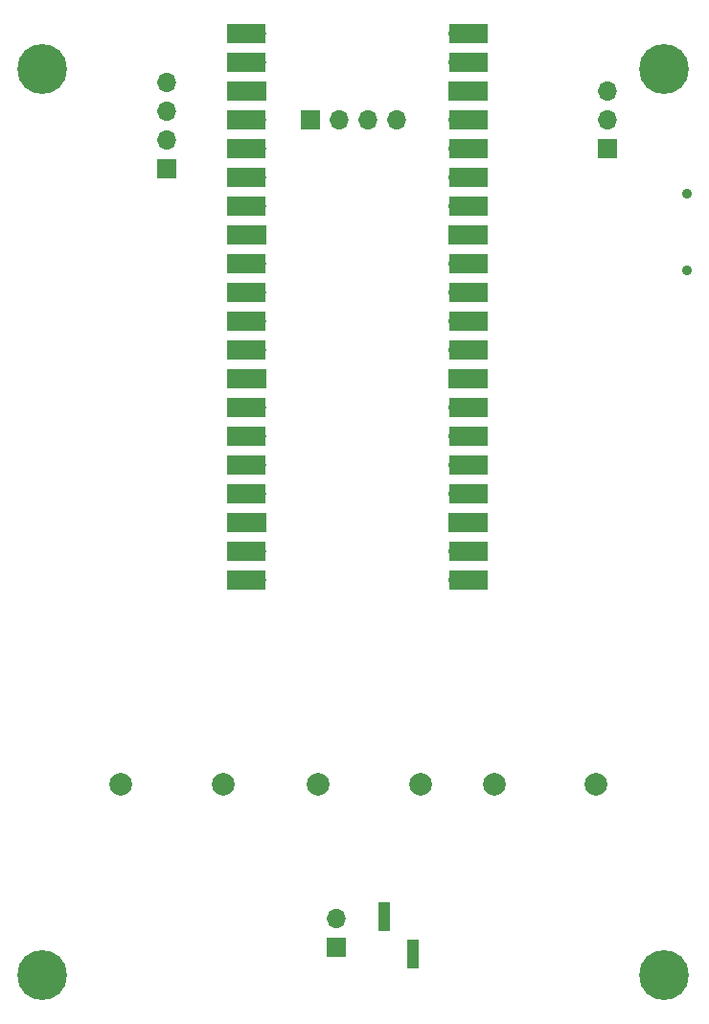
<source format=gbr>
%TF.GenerationSoftware,KiCad,Pcbnew,8.0.5*%
%TF.CreationDate,2024-10-31T02:19:14+01:00*%
%TF.ProjectId,trinket,7472696e-6b65-4742-9e6b-696361645f70,rev?*%
%TF.SameCoordinates,Original*%
%TF.FileFunction,Soldermask,Bot*%
%TF.FilePolarity,Negative*%
%FSLAX46Y46*%
G04 Gerber Fmt 4.6, Leading zero omitted, Abs format (unit mm)*
G04 Created by KiCad (PCBNEW 8.0.5) date 2024-10-31 02:19:14*
%MOMM*%
%LPD*%
G01*
G04 APERTURE LIST*
%ADD10R,1.700000X1.700000*%
%ADD11O,1.700000X1.700000*%
%ADD12C,0.900000*%
%ADD13C,2.000000*%
%ADD14C,4.400000*%
%ADD15R,1.000000X2.510000*%
%ADD16R,3.500000X1.700000*%
G04 APERTURE END LIST*
D10*
%TO.C,J1*%
X108700000Y-59500000D03*
D11*
X111240000Y-59500000D03*
X113780000Y-59500000D03*
X116320000Y-59500000D03*
%TD*%
D12*
%TO.C,SW1*%
X142000000Y-72800000D03*
X142000000Y-66000000D03*
%TD*%
D10*
%TO.C,J8*%
X135000000Y-62080000D03*
D11*
X135000000Y-59540000D03*
X135000000Y-57000000D03*
%TD*%
D13*
%TO.C,SW4*%
X125000000Y-118150000D03*
X134000000Y-118150000D03*
%TD*%
%TO.C,SW2*%
X92000000Y-118150000D03*
X101000000Y-118150000D03*
%TD*%
D10*
%TO.C,J9*%
X111000000Y-132540000D03*
D11*
X111000000Y-130000000D03*
%TD*%
D14*
%TO.C,J3*%
X85000000Y-55000000D03*
%TD*%
%TO.C,J4*%
X140000000Y-55000000D03*
%TD*%
%TO.C,J6*%
X140000000Y-135000000D03*
%TD*%
%TO.C,J5*%
X85000000Y-135000000D03*
%TD*%
D10*
%TO.C,J2*%
X96000000Y-63800000D03*
D11*
X96000000Y-61260000D03*
X96000000Y-58720000D03*
X96000000Y-56180000D03*
%TD*%
D13*
%TO.C,SW3*%
X109450000Y-118150000D03*
X118450000Y-118150000D03*
%TD*%
D15*
%TO.C,J7*%
X117770000Y-133155000D03*
X115230000Y-129845000D03*
%TD*%
D11*
%TO.C,U1*%
X121780000Y-51900000D03*
D16*
X122680000Y-51900000D03*
D11*
X121780000Y-54440000D03*
D16*
X122680000Y-54440000D03*
D10*
X121780000Y-56980000D03*
D16*
X122680000Y-56980000D03*
D11*
X121780000Y-59520000D03*
D16*
X122680000Y-59520000D03*
D11*
X121780000Y-62060000D03*
D16*
X122680000Y-62060000D03*
D11*
X121780000Y-64600000D03*
D16*
X122680000Y-64600000D03*
D11*
X121780000Y-67140000D03*
D16*
X122680000Y-67140000D03*
D10*
X121780000Y-69680000D03*
D16*
X122680000Y-69680000D03*
D11*
X121780000Y-72220000D03*
D16*
X122680000Y-72220000D03*
D11*
X121780000Y-74760000D03*
D16*
X122680000Y-74760000D03*
D11*
X121780000Y-77300000D03*
D16*
X122680000Y-77300000D03*
D11*
X121780000Y-79840000D03*
D16*
X122680000Y-79840000D03*
D10*
X121780000Y-82380000D03*
D16*
X122680000Y-82380000D03*
D11*
X121780000Y-84920000D03*
D16*
X122680000Y-84920000D03*
D11*
X121780000Y-87460000D03*
D16*
X122680000Y-87460000D03*
D11*
X121780000Y-90000000D03*
D16*
X122680000Y-90000000D03*
D11*
X121780000Y-92540000D03*
D16*
X122680000Y-92540000D03*
D10*
X121780000Y-95080000D03*
D16*
X122680000Y-95080000D03*
D11*
X121780000Y-97620000D03*
D16*
X122680000Y-97620000D03*
D11*
X121780000Y-100160000D03*
D16*
X122680000Y-100160000D03*
D11*
X104000000Y-100160000D03*
D16*
X103100000Y-100160000D03*
D11*
X104000000Y-97620000D03*
D16*
X103100000Y-97620000D03*
D10*
X104000000Y-95080000D03*
D16*
X103100000Y-95080000D03*
D11*
X104000000Y-92540000D03*
D16*
X103100000Y-92540000D03*
D11*
X104000000Y-90000000D03*
D16*
X103100000Y-90000000D03*
D11*
X104000000Y-87460000D03*
D16*
X103100000Y-87460000D03*
D11*
X104000000Y-84920000D03*
D16*
X103100000Y-84920000D03*
D10*
X104000000Y-82380000D03*
D16*
X103100000Y-82380000D03*
D11*
X104000000Y-79840000D03*
D16*
X103100000Y-79840000D03*
D11*
X104000000Y-77300000D03*
D16*
X103100000Y-77300000D03*
D11*
X104000000Y-74760000D03*
D16*
X103100000Y-74760000D03*
D11*
X104000000Y-72220000D03*
D16*
X103100000Y-72220000D03*
D10*
X104000000Y-69680000D03*
D16*
X103100000Y-69680000D03*
D11*
X104000000Y-67140000D03*
D16*
X103100000Y-67140000D03*
D11*
X104000000Y-64600000D03*
D16*
X103100000Y-64600000D03*
D11*
X104000000Y-62060000D03*
D16*
X103100000Y-62060000D03*
D11*
X104000000Y-59520000D03*
D16*
X103100000Y-59520000D03*
D10*
X104000000Y-56980000D03*
D16*
X103100000Y-56980000D03*
D11*
X104000000Y-54440000D03*
D16*
X103100000Y-54440000D03*
D11*
X104000000Y-51900000D03*
D16*
X103100000Y-51900000D03*
%TD*%
M02*

</source>
